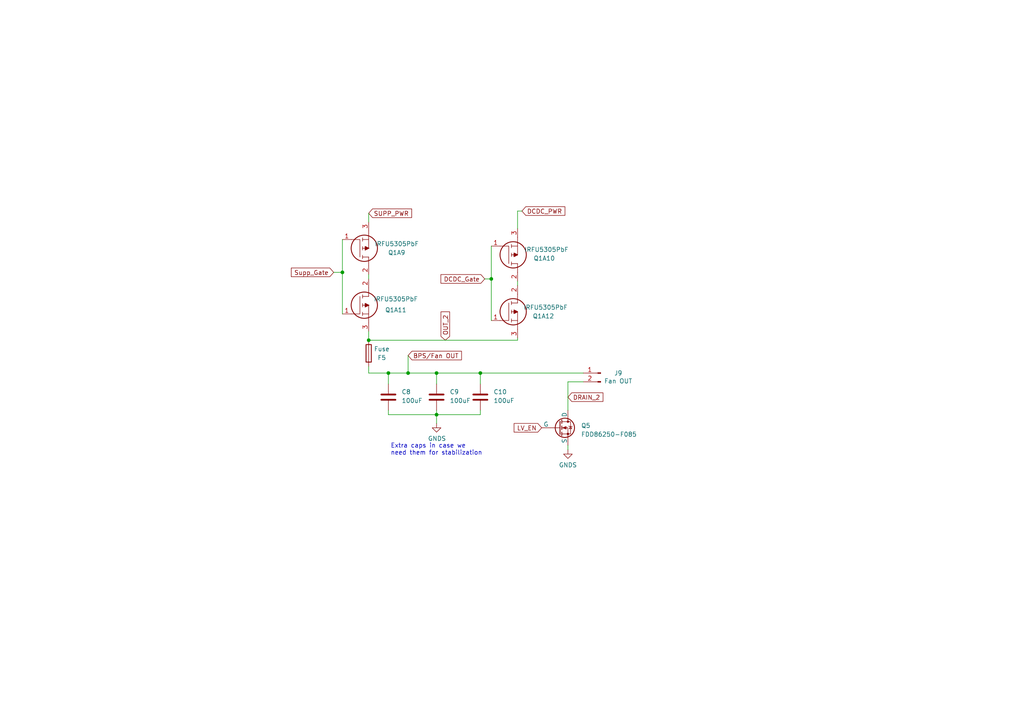
<source format=kicad_sch>
(kicad_sch (version 20231120) (generator "eeschema") (generator_version "8.0")
  (paper "A4")
  (lib_symbols
    (symbol "Connector:Conn_01x02_Pin" (pin_names (offset 1.016) hide)
      (property "Reference" "J" (at 0 2.54 0))
      (property "Value" "Conn_01x02_Pin" (at 0 -5.08 0))
      (symbol "Conn_01x02_Pin_1_1"
        (polyline (pts (xy 1.27 -2.54) (xy 0.8636 -2.54)) (stroke (width 0.1524)))
        (polyline (pts (xy 1.27 0) (xy 0.8636 0)) (stroke (width 0.1524)))
        (rectangle (start 0.8636 -2.413) (end 0 -2.667) (stroke (width 0.1524)) (fill (type outline)))
        (rectangle (start 0.8636 0.127) (end 0 -0.127) (stroke (width 0.1524)) (fill (type outline)))
        (pin passive line (at 5.08 0 180) (length 3.81) (name "Pin_1") (number "1"))
        (pin passive line (at 5.08 -2.54 180) (length 3.81) (name "Pin_2") (number "2"))
      )
    )
    (symbol "Device:C" (pin_numbers hide) (pin_names (offset 0.254))
      (property "Reference" "C" (at 0.635 2.54 0))
      (property "Value" "C" (at 0.635 -2.54 0))
      (symbol "C_0_1"
        (polyline (pts (xy -2.032 -0.762) (xy 2.032 -0.762)) (stroke (width 0.508)))
        (polyline (pts (xy -2.032 0.762) (xy 2.032 0.762)) (stroke (width 0.508)))
      )
      (symbol "C_1_1"
        (pin passive line (at 0 3.81 270) (length 2.794) (name "~") (number "1"))
        (pin passive line (at 0 -3.81 90) (length 2.794) (name "~") (number "2"))
      )
    )
    (symbol "Device:Fuse" (pin_numbers hide) (pin_names (offset 0))
      (property "Reference" "F" (at 2.032 0 90))
      (property "Value" "Fuse" (at -1.905 0 90))
      (symbol "Fuse_0_1"
        (rectangle (start -0.762 -2.54) (end 0.762 2.54) (stroke (width 0.254)))
        (polyline (pts (xy 0 2.54) (xy 0 -2.54)))
      )
      (symbol "Fuse_1_1"
        (pin passive line (at 0 3.81 270) (length 1.27) (name "~") (number "1"))
        (pin passive line (at 0 -3.81 90) (length 1.27) (name "~") (number "2"))
      )
    )
    (symbol "Simulation_SPICE:NMOS" (pin_numbers hide) (pin_names (offset 0))
      (property "Reference" "Q3" (at 6.35 0.635 0))
      (property "Value" "NMOS" (at 6.35 -1.905 0))
      (symbol "NMOS_0_1"
        (polyline (pts (xy 0.254 0) (xy -2.54 0)))
        (polyline (pts (xy 0.254 1.905) (xy 0.254 -1.905)) (stroke (width 0.254)))
        (polyline (pts (xy 0.762 -1.27) (xy 0.762 -2.286)) (stroke (width 0.254)))
        (polyline (pts (xy 0.762 0.508) (xy 0.762 -0.508)) (stroke (width 0.254)))
        (polyline (pts (xy 0.762 2.286) (xy 0.762 1.27)) (stroke (width 0.254)))
        (polyline (pts (xy 2.54 2.54) (xy 2.54 1.778)))
        (polyline (pts (xy 2.54 -2.54) (xy 2.54 0) (xy 0.762 0)))
        (polyline (pts (xy 0.762 -1.778) (xy 3.302 -1.778) (xy 3.302 1.778) (xy 0.762 1.778)))
        (polyline (pts (xy 1.016 0) (xy 2.032 0.381) (xy 2.032 -0.381) (xy 1.016 0)) (fill (type outline)))
        (polyline (pts (xy 2.794 0.508) (xy 2.921 0.381) (xy 3.683 0.381) (xy 3.81 0.254)))
        (polyline (pts (xy 3.302 0.381) (xy 2.921 -0.254) (xy 3.683 -0.254) (xy 3.302 0.381)))
        (circle (center 1.651 0) (radius 2.794) (stroke (width 0.254)))
        (circle (center 2.54 -1.778) (radius 0.254) (fill (type outline)))
        (circle (center 2.54 1.778) (radius 0.254) (fill (type outline)))
      )
      (symbol "NMOS_1_1"
        (pin input line (at -5.08 0 0) (length 2.54) (name "G") (number "1"))
        (pin passive line (at 2.54 5.08 270) (length 2.54) (name "D") (number "2"))
        (pin passive line (at 2.54 -5.08 90) (length 2.54) (name "S") (number "3"))
      )
    )
    (symbol "power:GNDS" (power) (pin_names (offset 0))
      (property "Value" "GNDS" (at 0 -3.81 0))
      (symbol "GNDS_0_1"
        (polyline (pts (xy 0 0) (xy 0 -1.27) (xy 1.27 -1.27) (xy 0 -2.54) (xy -1.27 -1.27) (xy 0 -1.27)))
      )
      (symbol "GNDS_1_1"
        (pin power_in line (at 0 0 270) (length 0) hide (name "GNDS") (number "1"))
      )
    )
    (symbol "utsvt-powersupp:SUP90P06-PCHANNEL-MOSFET" (pin_names (offset 0.762))
      (property "Reference" "Q" (at 11.43 3.81 0))
      (property "Value" "SUP90P06-PCHANNEL-MOSFET" (at 11.43 1.27 0))
      (symbol "SUP90P06-PCHANNEL-MOSFET_0_0"
        (pin passive line (at 0 0 0) (length 2.54) (name "~") (number "1"))
        (pin passive line (at 7.62 10.16 270) (length 2.54) (name "~") (number "2"))
        (pin passive line (at 7.62 -5.08 90) (length 2.54) (name "~") (number "3"))
      )
      (symbol "SUP90P06-PCHANNEL-MOSFET_0_1"
        (polyline (pts (xy 5.842 -0.508) (xy 5.842 0.508)) (stroke (width 0.1524)))
        (polyline (pts (xy 5.842 0) (xy 7.62 0)) (stroke (width 0.1524)))
        (polyline (pts (xy 5.842 2.032) (xy 5.842 3.048)) (stroke (width 0.1524)))
        (polyline (pts (xy 5.842 5.588) (xy 5.842 4.572)) (stroke (width 0.1524)))
        (polyline (pts (xy 7.62 2.54) (xy 5.842 2.54)) (stroke (width 0.1524)))
        (polyline (pts (xy 7.62 2.54) (xy 7.62 -2.54)) (stroke (width 0.1524)))
        (polyline (pts (xy 7.62 5.08) (xy 5.842 5.08)) (stroke (width 0.1524)))
        (polyline (pts (xy 7.62 5.08) (xy 7.62 7.62)) (stroke (width 0.1524)))
        (polyline (pts (xy 2.54 0) (xy 5.08 0) (xy 5.08 5.08)) (stroke (width 0.1524)))
        (polyline (pts (xy 7.62 2.54) (xy 6.604 3.048) (xy 6.604 2.032) (xy 7.62 2.54)) (stroke (width 0.254)) (fill (type outline)))
        (circle (center 6.35 2.54) (radius 3.81) (stroke (width 0.254)))
      )
    )
  )
  (junction (at 112.649 108.204))
  (junction (at 118.364 108.204))
  (junction (at 99.314 78.994))
  (junction (at 139.319 108.204))
  (junction (at 126.619 108.204))
  (junction (at 126.619 120.269))
  (junction (at 106.934 98.679))
  (junction (at 142.494 80.899))
  (wire (pts (xy 106.934 108.204) (xy 112.649 108.204)))
  (wire (pts (xy 164.719 110.744) (xy 164.719 118.999)))
  (wire (pts (xy 118.364 103.124) (xy 118.364 108.204)))
  (wire (pts (xy 112.649 118.999) (xy 112.649 120.269)))
  (wire (pts (xy 126.619 108.204) (xy 126.619 111.379)))
  (wire (pts (xy 106.934 61.849) (xy 106.934 64.389)))
  (wire (pts (xy 126.619 118.999) (xy 126.619 120.269)))
  (wire (pts (xy 106.934 79.629) (xy 106.934 80.899)))
  (wire (pts (xy 150.114 98.044) (xy 150.114 98.679)))
  (wire (pts (xy 126.619 108.204) (xy 139.319 108.204)))
  (wire (pts (xy 126.619 120.269) (xy 139.319 120.269)))
  (wire (pts (xy 118.364 108.204) (xy 126.619 108.204)))
  (wire (pts (xy 112.649 120.269) (xy 126.619 120.269)))
  (wire (pts (xy 139.319 108.204) (xy 139.319 111.379)))
  (wire (pts (xy 150.114 81.534) (xy 150.114 82.804)))
  (wire (pts (xy 106.934 98.679) (xy 150.114 98.679)))
  (wire (pts (xy 139.319 108.204) (xy 169.164 108.204)))
  (wire (pts (xy 140.589 80.899) (xy 142.494 80.899)))
  (wire (pts (xy 150.114 61.214) (xy 150.114 66.294)))
  (wire (pts (xy 139.319 120.269) (xy 139.319 118.999)))
  (wire (pts (xy 112.649 108.204) (xy 118.364 108.204)))
  (wire (pts (xy 164.719 110.744) (xy 169.164 110.744)))
  (wire (pts (xy 96.774 78.994) (xy 99.314 78.994)))
  (wire (pts (xy 99.314 78.994) (xy 99.314 91.059)))
  (wire (pts (xy 142.494 80.899) (xy 142.494 92.964)))
  (wire (pts (xy 99.314 69.469) (xy 99.314 78.994)))
  (wire (pts (xy 106.934 98.679) (xy 106.934 96.139)))
  (wire (pts (xy 142.494 71.374) (xy 142.494 80.899)))
  (wire (pts (xy 164.719 129.159) (xy 164.719 130.429)))
  (wire (pts (xy 126.619 120.269) (xy 126.619 122.809)))
  (wire (pts (xy 106.934 108.204) (xy 106.934 106.299)))
  (wire (pts (xy 150.114 61.214) (xy 151.384 61.214)))
  (wire (pts (xy 112.649 108.204) (xy 112.649 111.379)))
  (text "Extra caps in case we\nneed them for stabilization\n\n" (at 113.284 134.239 0) (effects (font (size 1.27 1.27)) (justify left bottom)))
  (global_label "SUPP_PWR" (shape input) (at 106.934 61.849 0) (property "Intersheetrefs" "${INTERSHEET_REFS}" (effects (hide yes))))
  (global_label "LV_EN" (shape input) (at 157.099 124.079 180) (property "Intersheetrefs" "${INTERSHEET_REFS}" (effects (hide yes))))
  (global_label "OUT_2" (shape input) (at 129.159 98.679 90) (property "Intersheetrefs" "${INTERSHEET_REFS}" (effects (hide yes))))
  (global_label "Supp_Gate" (shape input) (at 96.774 78.994 180) (property "Intersheetrefs" "${INTERSHEET_REFS}" (effects (hide yes))))
  (global_label "DCDC_Gate" (shape input) (at 140.589 80.899 180) (property "Intersheetrefs" "${INTERSHEET_REFS}" (effects (hide yes))))
  (global_label "DRAIN_2" (shape input) (at 164.719 115.189 0) (property "Intersheetrefs" "${INTERSHEET_REFS}" (effects (hide yes))))
  (global_label "DCDC_PWR" (shape input) (at 151.384 61.214 0) (property "Intersheetrefs" "${INTERSHEET_REFS}" (effects (hide yes))))
  (global_label "BPS{slash}Fan OUT" (shape input) (at 118.364 103.124 0) (property "Intersheetrefs" "${INTERSHEET_REFS}" (effects (hide yes))))
  (symbol (lib_id "Device:Fuse") (at 106.934 102.489 0) (unit 1)
    (property "Reference" "F5" (at 110.744 103.759 0))
    (property "Value" "Fuse" (at 110.744 101.219 0))
    (property "Footprint" "Fuse:Fuseholder_Blade_Mini_Keystone_3568" (effects (hide yes)))
    (property "Datasheet" "https://www.mouser.com/datasheet/2/215/3568-742601.pdf" (effects (hide yes)))
    (property "Sim.Device" "SPICE" (effects (hide yes)))
    (instances (project "Power-Secondary" (path "" (reference "F5") (unit 1)) (path "" (reference "F2") (unit 1))))
  )
  (symbol (lib_id "utsvt-powersupp:SUP90P06-PCHANNEL-MOSFET") (at 99.314 69.469 0) (mirror x) (unit 1)
    (property "Reference" "Q1A9" (at 115.062 73.279 0))
    (property "Value" "IRFU5305PbF" (at 115.062 70.739 0))
    (property "Footprint" "UTSVT_PowerSupp:SUP90P06-PCHAN-ENH-PWR-MOSFET" (effects (hide yes)))
    (property "Datasheet" "https://www.vishay.com/docs/73010/sup90p06-09l.pdf" (effects (hide yes)))
    (property "Height" "4.83" (effects (hide yes)))
    (property "Sim.Device" "PMOS" (effects (hide yes)))
    (property "Sim.Type" "VDMOS" (effects (hide yes)))
    (property "Sim.Pins" "1=D 2=G 3=S" (effects (hide yes)))
    (instances (project "Power-Secondary" (path "" (reference "Q1A9") (unit 1)) (path "" (reference "Q1A1") (unit 1))))
  )
  (symbol (lib_id "Device:C") (at 126.619 115.189 0) (unit 1)
    (property "Reference" "C9" (at 130.429 113.6649 0) (effects (justify left)))
    (property "Value" "100uF" (at 130.429 116.2049 0) (effects (justify left)))
    (property "Footprint" "Capacitor_SMD:C_1210_3225Metric" (effects (hide yes)))
    (property "Datasheet" "https://www.mouser.com/datasheet/2/212/KEM_C1006_X5R_SMD-1103249.pdf" (effects (hide yes)))
    (instances (project "Power-Secondary" (path "" (reference "C9") (unit 1)) (path "" (reference "C2") (unit 1))))
  )
  (symbol (lib_id "Device:C") (at 112.649 115.189 0) (unit 1)
    (property "Reference" "C8" (at 116.459 113.6649 0) (effects (justify left)))
    (property "Value" "100uF" (at 116.459 116.2049 0) (effects (justify left)))
    (property "Footprint" "Capacitor_SMD:C_1210_3225Metric" (effects (hide yes)))
    (property "Datasheet" "https://www.mouser.com/datasheet/2/212/KEM_C1006_X5R_SMD-1103249.pdf" (effects (hide yes)))
    (instances (project "Power-Secondary" (path "" (reference "C8") (unit 1)) (path "" (reference "C1") (unit 1))))
  )
  (symbol (lib_id "utsvt-powersupp:SUP90P06-PCHANNEL-MOSFET") (at 142.494 71.374 0) (mirror x) (unit 1)
    (property "Reference" "Q1A10" (at 157.861 74.93 0))
    (property "Value" "IRFU5305PbF" (at 158.496 72.39 0))
    (property "Footprint" "UTSVT_PowerSupp:SUP90P06-PCHAN-ENH-PWR-MOSFET" (effects (hide yes)))
    (property "Datasheet" "https://www.vishay.com/docs/73010/sup90p06-09l.pdf" (effects (hide yes)))
    (property "Height" "4.83" (effects (hide yes)))
    (property "Sim.Device" "PMOS" (effects (hide yes)))
    (property "Sim.Type" "VDMOS" (effects (hide yes)))
    (property "Sim.Pins" "1=D 2=G 3=S" (effects (hide yes)))
    (instances (project "Power-Secondary" (path "" (reference "Q1A10") (unit 1)) (path "" (reference "Q1A2") (unit 1))))
  )
  (symbol (lib_id "utsvt-powersupp:SUP90P06-PCHANNEL-MOSFET") (at 142.494 92.964 0) (unit 1)
    (property "Reference" "Q1A12" (at 157.607 91.694 0))
    (property "Value" "IRFU5305PbF" (at 158.242 89.154 0))
    (property "Footprint" "UTSVT_PowerSupp:SUP90P06-PCHAN-ENH-PWR-MOSFET" (effects (hide yes)))
    (property "Datasheet" "https://www.vishay.com/docs/73010/sup90p06-09l.pdf" (effects (hide yes)))
    (property "Height" "4.83" (effects (hide yes)))
    (property "Sim.Device" "PMOS" (effects (hide yes)))
    (property "Sim.Type" "VDMOS" (effects (hide yes)))
    (property "Sim.Pins" "1=D 2=G 3=S" (effects (hide yes)))
    (instances (project "Power-Secondary" (path "" (reference "Q1A12") (unit 1)) (path "" (reference "Q1A4") (unit 1))))
  )
  (symbol (lib_id "power:GNDS") (at 164.719 130.429 0) (unit 1)
    (property "Reference" "#PWR019" (effects (hide yes)))
    (property "Value" "GNDS" (at 164.719 134.874 0))
    (property "Sim.Device" "V" (effects (hide yes)))
    (property "Sim.Type" "DC" (effects (hide yes)))
    (property "Sim.Pins" "1=+" (effects (hide yes)))
    (property "Sim.Params" "dc=\"\"" (effects (hide yes)))
    (instances (project "Power-Secondary" (path "" (reference "#PWR019") (unit 1)) (path "" (reference "#PWR010") (unit 1))))
  )
  (symbol (lib_id "Device:C") (at 139.319 115.189 0) (unit 1)
    (property "Reference" "C10" (at 143.129 113.6649 0) (effects (justify left)))
    (property "Value" "100uF" (at 143.129 116.2049 0) (effects (justify left)))
    (property "Footprint" "Capacitor_SMD:C_1210_3225Metric" (effects (hide yes)))
    (property "Datasheet" "https://www.mouser.com/datasheet/2/212/KEM_C1006_X5R_SMD-1103249.pdf" (effects (hide yes)))
    (instances (project "Power-Secondary" (path "" (reference "C10") (unit 1)) (path "" (reference "C3") (unit 1))))
  )
  (symbol (lib_id "power:GNDS") (at 126.619 122.809 0) (unit 1)
    (property "Reference" "#PWR017" (effects (hide yes)))
    (property "Value" "GNDS" (at 126.746 127.2032 0))
    (property "Sim.Device" "V" (effects (hide yes)))
    (property "Sim.Type" "DC" (effects (hide yes)))
    (property "Sim.Pins" "1=+" (effects (hide yes)))
    (property "Sim.Params" "dc=\"\"" (effects (hide yes)))
    (instances (project "Power-Secondary" (path "" (reference "#PWR017") (unit 1)) (path "" (reference "#PWR08") (unit 1))))
  )
  (symbol (lib_id "Connector:Conn_01x02_Pin") (at 174.244 108.204 0) (mirror y) (unit 1)
    (property "Reference" "J9" (at 179.324 108.9406 0) (effects (justify bottom)))
    (property "Value" "Fan OUT" (at 179.324 111.252 0) (effects (justify bottom)))
    (property "Footprint" "Connector_Molex:Molex_Sabre_43160-0102_1x02_P7.49mm_Vertical" (effects (hide yes)))
    (property "Datasheet" "https://www.mouser.com/ProductDetail/538-43160-0102" (effects (hide yes)))
    (property "Sim.Device" "V" (effects (hide yes)))
    (property "Sim.Type" "DC" (effects (hide yes)))
    (property "Sim.Pins" "1=+ 2=-" (effects (hide yes)))
    (property "Sim.Params" "dc=\"\"" (effects (hide yes)))
    (instances (project "Power-Secondary" (path "" (reference "J9") (unit 1)) (path "" (reference "J6") (unit 1))))
  )
  (symbol (lib_id "utsvt-powersupp:SUP90P06-PCHANNEL-MOSFET") (at 99.314 91.059 0) (unit 1)
    (property "Reference" "Q1A11" (at 114.808 89.916 0))
    (property "Value" "IRFU5305PbF" (at 114.808 86.741 0))
    (property "Footprint" "UTSVT_PowerSupp:SUP90P06-PCHAN-ENH-PWR-MOSFET" (effects (hide yes)))
    (property "Datasheet" "https://www.vishay.com/docs/73010/sup90p06-09l.pdf" (effects (hide yes)))
    (property "Height" "4.83" (effects (hide yes)))
    (property "Sim.Device" "PMOS" (effects (hide yes)))
    (property "Sim.Type" "VDMOS" (effects (hide yes)))
    (property "Sim.Pins" "1=D 2=G 3=S" (effects (hide yes)))
    (instances (project "Power-Secondary" (path "" (reference "Q1A11") (unit 1)) (path "" (reference "Q1A3") (unit 1))))
  )
  (symbol (lib_id "Simulation_SPICE:NMOS") (at 162.179 124.079 0) (unit 1)
    (property "Reference" "Q5" (at 168.529 123.444 0) (effects (justify left)))
    (property "Value" "FDD86250-F085" (at 168.529 125.984 0) (effects (justify left)))
    (property "Footprint" "UTSVT_PowerSupp:FDD13AN06A0F085" (effects (hide yes)))
    (property "Datasheet" "https://www.mouser.com/datasheet/2/308/1/FDD86250_F085_D-2312165.pdf" (effects (hide yes)))
    (property "Sim.Device" "NMOS" (effects (hide yes)))
    (property "Sim.Type" "VDMOS" (effects (hide yes)))
    (property "Sim.Pins" "1=D 2=G 3=S" (effects (hide yes)))
    (instances (project "Power-Secondary" (path "" (reference "Q5") (unit 1)) (path "" (reference "Q1") (unit 1))))
  )
)
</source>
